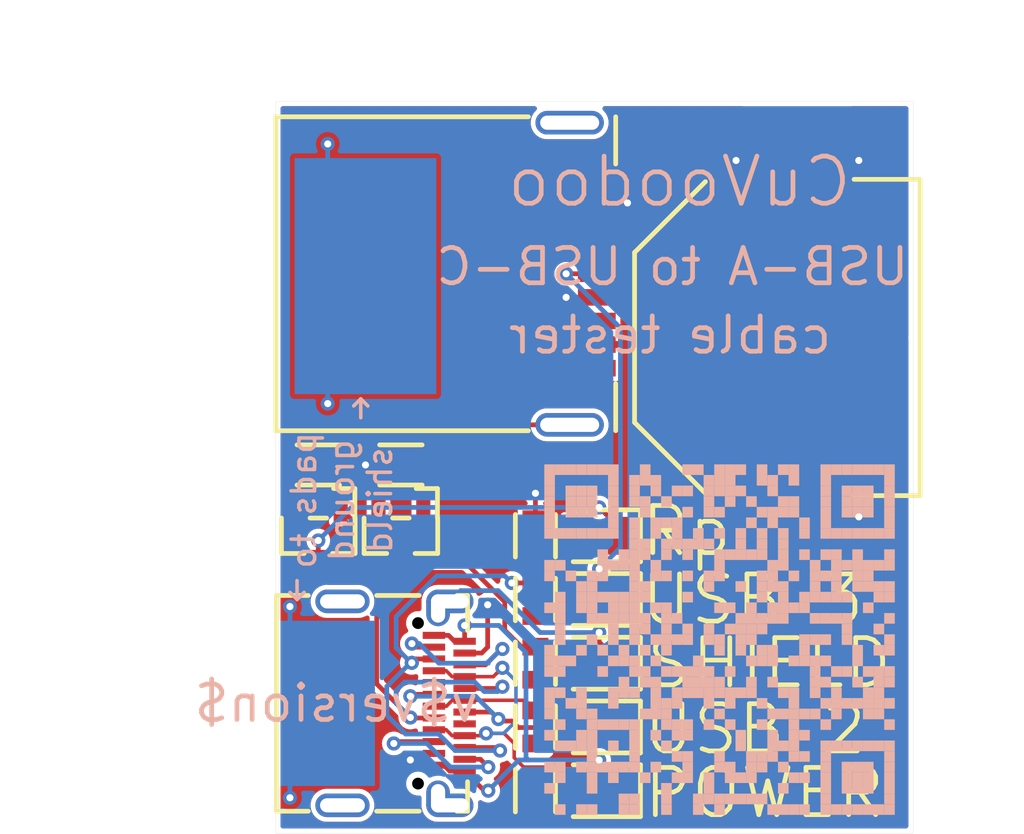
<source format=kicad_pcb>
(kicad_pcb (version 20211014) (generator pcbnew)

  (general
    (thickness 1.6)
  )

  (paper "A4")
  (title_block
    (title "USB-A to USB-C cable tester")
    (date "$date$")
    (rev "$version$.$revision$")
    (company "CuVoodoo")
    (comment 1 "King Kévin")
    (comment 2 "CERN-OHL-S")
  )

  (layers
    (0 "F.Cu" signal)
    (31 "B.Cu" signal)
    (33 "F.Adhes" user "F.Adhesive")
    (34 "B.Paste" user)
    (35 "F.Paste" user)
    (36 "B.SilkS" user "B.Silkscreen")
    (37 "F.SilkS" user "F.Silkscreen")
    (38 "B.Mask" user)
    (39 "F.Mask" user)
    (40 "Dwgs.User" user "User.Drawings")
    (44 "Edge.Cuts" user)
    (45 "Margin" user)
    (46 "B.CrtYd" user "B.Courtyard")
    (47 "F.CrtYd" user "F.Courtyard")
    (48 "B.Fab" user)
    (49 "F.Fab" user)
  )

  (setup
    (stackup
      (layer "F.SilkS" (type "Top Silk Screen"))
      (layer "F.Paste" (type "Top Solder Paste"))
      (layer "F.Mask" (type "Top Solder Mask") (thickness 0.01))
      (layer "F.Cu" (type "copper") (thickness 0.035))
      (layer "dielectric 1" (type "core") (thickness 1.51) (material "FR4") (epsilon_r 4.5) (loss_tangent 0.02))
      (layer "B.Cu" (type "copper") (thickness 0.035))
      (layer "B.Mask" (type "Bottom Solder Mask") (thickness 0.01))
      (layer "B.Paste" (type "Bottom Solder Paste"))
      (layer "B.SilkS" (type "Bottom Silk Screen"))
      (copper_finish "None")
      (dielectric_constraints no)
    )
    (pad_to_mask_clearance 0)
    (pcbplotparams
      (layerselection 0x00010fc_ffffffff)
      (disableapertmacros false)
      (usegerberextensions false)
      (usegerberattributes true)
      (usegerberadvancedattributes true)
      (creategerberjobfile true)
      (svguseinch false)
      (svgprecision 6)
      (excludeedgelayer true)
      (plotframeref false)
      (viasonmask false)
      (mode 1)
      (useauxorigin false)
      (hpglpennumber 1)
      (hpglpenspeed 20)
      (hpglpendiameter 15.000000)
      (dxfpolygonmode true)
      (dxfimperialunits true)
      (dxfusepcbnewfont true)
      (psnegative false)
      (psa4output false)
      (plotreference true)
      (plotvalue true)
      (plotinvisibletext false)
      (sketchpadsonfab false)
      (subtractmaskfromsilk false)
      (outputformat 1)
      (mirror false)
      (drillshape 1)
      (scaleselection 1)
      (outputdirectory "")
    )
  )

  (net 0 "")
  (net 1 "VCC")
  (net 2 "GND")
  (net 3 "/PWR-")
  (net 4 "Net-(D1-Pad2)")
  (net 5 "/USB2-")
  (net 6 "Net-(D2-Pad2)")
  (net 7 "/USB3-")
  (net 8 "Net-(D3-Pad2)")
  (net 9 "Net-(D4-Pad1)")
  (net 10 "Net-(D4-Pad2)")
  (net 11 "Net-(D5-Pad2)")
  (net 12 "Net-(J1-Pad8)")
  (net 13 "Net-(J1-Pad5)")
  (net 14 "/SH-A")
  (net 15 "Net-(J2-PadA3)")
  (net 16 "/PWR+")
  (net 17 "/Rp")
  (net 18 "/USB2+")
  (net 19 "unconnected-(J2-PadA8)")
  (net 20 "/USB3+")
  (net 21 "Net-(J2-PadA11)")
  (net 22 "unconnected-(J2-PadB8)")
  (net 23 "/SH-C")
  (net 24 "Net-(Q7-Pad3)")
  (net 25 "unconnected-(J1-Pad10)")
  (net 26 "unconnected-(J2-PadS2)")
  (net 27 "unconnected-(J2-PadS4)")
  (net 28 "unconnected-(J2-PadS3)")

  (footprint "qeda:UC1608X55N" (layer "F.Cu") (at 61.3 66.4))

  (footprint "qeda:LEDC2012X80N" (layer "F.Cu") (at 64 61 -90))

  (footprint "kikit:Tab" (layer "F.Cu") (at 77.55 49.9 180))

  (footprint "qeda:CONNECTOR_XKB_U262-24XN-4BV64" (layer "F.Cu") (at 54.375 65.4 -90))

  (footprint "qeda:UC1608X55N" (layer "F.Cu") (at 52.1 55.3 90))

  (footprint "kikit:Tab" (layer "F.Cu") (at 50 47.2))

  (footprint "qeda:LEDC2012X80N" (layer "F.Cu") (at 64 63.7 -90))

  (footprint "qeda:CONNECTOR_MY-1220-03" (layer "F.Cu") (at 71.5 49.9 -90))

  (footprint "qeda:UC1608X55N" (layer "F.Cu") (at 61.3 69.1))

  (footprint "qeda:CONNECTOR_U231-09XN-4BLRA00" (layer "F.Cu") (at 57.5 47.2 -90))

  (footprint "qeda:LEDC2012X80N" (layer "F.Cu") (at 64 69.1 -90))

  (footprint "qeda:UC1608X55N" (layer "F.Cu") (at 61.3 63.7))

  (footprint "qeda:UC1608X55N" (layer "F.Cu") (at 55.6 55.3 -90))

  (footprint "qeda:SOT95P237X112-3N" (layer "F.Cu") (at 55.6 58.3 -90))

  (footprint "qeda:SOT95P237X112-3N" (layer "F.Cu") (at 52.1 58.3 -90))

  (footprint "qeda:LEDC2012X80N" (layer "F.Cu") (at 64 58.3 -90))

  (footprint "qeda:LEDC2012X80N" (layer "F.Cu") (at 64 66.4 -90))

  (footprint "qeda:UC1608X55N" (layer "F.Cu") (at 61.3 58.3))

  (footprint "qeda:UC1608X55N" (layer "F.Cu") (at 61.3 61))

  (footprint "custom:pad_C" (layer "B.Cu") (at 52.4 65.4 180))

  (footprint "custom:QR" (layer "B.Cu") (at 69.1 62.7 180))

  (footprint "custom:pad_A" (layer "B.Cu") (at 54 47.3 180))

  (gr_line (start 53.9 52.5) (end 54.2 52.8) (layer "B.SilkS") (width 0.15) (tstamp 2db7a621-f609-43ea-903d-5b941448bb6e))
  (gr_line (start 51.2 61) (end 50.9 60.7) (layer "B.SilkS") (width 0.15) (tstamp 388bb237-8d08-4631-a8a2-09b5f4344305))
  (gr_line (start 53.9 52.5) (end 53.9 53.3) (layer "B.SilkS") (width 0.15) (tstamp 44e22fe2-1a80-407e-a9bf-de316572b05b))
  (gr_line (start 51.2 61) (end 51.2 60.2) (layer "B.SilkS") (width 0.15) (tstamp bbf7e3aa-ddbe-49b7-811e-a7738f81d416))
  (gr_line (start 51.2 61) (end 51.5 60.7) (layer "B.SilkS") (width 0.15) (tstamp cb1633dd-7f09-4f4f-b3f6-ae42711a437a))
  (gr_line (start 53.9 52.5) (end 53.6 52.8) (layer "B.SilkS") (width 0.15) (tstamp e2fca56c-de4e-47a9-8a1f-1b98c285ea5d))
  (gr_rect (start 50.3 39.9) (end 77.3 70.9) (layer "Edge.Cuts") (width 0.01) (fill none) (tstamp e110771b-8aba-42bd-84d6-617f9ea39dc4))
  (gr_text "cable tester" (at 67 49.8) (layer "B.SilkS") (tstamp 179cd2f8-9733-4954-85ff-39ca965aeee1)
    (effects (font (size 1.5 1.5) (thickness 0.2)) (justify mirror))
  )
  (gr_text "pads to\nground\nshield" (at 53.1 56.8 90) (layer "B.SilkS") (tstamp 26bf11ee-60c3-449d-a959-88123d982558)
    (effects (font (size 1 1) (thickness 0.15)) (justify mirror))
  )
  (gr_text "USB-A to USB-C" (at 67.1 46.9) (layer "B.SilkS") (tstamp 4d7a8855-27cb-41ec-a779-1e63df03c905)
    (effects (font (size 1.5 1.5) (thickness 0.2)) (justify mirror))
  )
  (gr_text "v$version$" (at 59 65.4) (layer "B.SilkS") (tstamp 792c4c1d-f5d1-4910-9abd-84049f176ad3)
    (effects (font (size 1.5 1.5) (thickness 0.2)) (justify left mirror))
  )
  (gr_text "CuVoodoo" (at 67.4 43.3) (layer "B.SilkS") (tstamp 8a3d6bd8-1b6d-4752-a0a8-fdb777df11ae)
    (effects (font (size 2 2) (thickness 0.2)) (justify mirror))
  )
  (gr_text "POWER" (at 71 69.2) (layer "F.SilkS") (tstamp 28d0cc7d-8de8-4b53-95ef-6dfe09ee3a59)
    (effects (font (size 2 2) (thickness 0.2)))
  )
  (gr_text "USB 2" (at 70.6 66.5) (layer "F.SilkS") (tstamp 3859f4e5-f8f6-455c-8d1a-163e06472d32)
    (effects (font (size 2 2) (thickness 0.2)))
  )
  (gr_text "USB 3" (at 70.5 61) (layer "F.SilkS") (tstamp 4c0f3b00-6ee3-44a9-9f3c-e2b80cccfc95)
    (effects (font (size 2 2) (thickness 0.2)))
  )
  (gr_text "Rp" (at 67.7 58.1) (layer "F.SilkS") (tstamp 99fc3018-400c-48b2-8606-a82ade13f88d)
    (effects (font (size 2 2) (thickness 0.2)))
  )
  (gr_text "SHIELD" (at 71.2 63.7) (layer "F.SilkS") (tstamp aa6aed97-74af-4bcd-9533-eb1f6168cfd8)
    (effects (font (size 2 2) (thickness 0.2)))
  )
  (dimension (type aligned) (layer "F.Fab") (tstamp 0987586c-4343-480a-ae15-bc1b4632f1d3)
    (pts (xy 50.3 39.9) (xy 50.3 70.9))
    (height 5.6)
    (gr_text "31.0000 mm" (at 43.55 55.4 90) (layer "F.Fab") (tstamp 0987586c-4343-480a-ae15-bc1b4632f1d3)
      (effects (font (size 1 1) (thickness 0.15)))
    )
    (format (units 3) (units_format 1) (precision 4))
    (style (thickness 0.1) (arrow_length 1.27) (text_position_mode 0) (extension_height 0.58642) (extension_offset 0.5) keep_text_aligned)
  )
  (dimension (type aligned) (layer "F.Fab") (tstamp d235e816-7f10-40ef-931c-0cccd106ef8e)
    (pts (xy 50.3 39.9) (xy 77.3 39.9))
    (height -2.3)
    (gr_text "27.0000 mm" (at 63.8 36.45) (layer "F.Fab") (tstamp d235e816-7f10-40ef-931c-0cccd106ef8e)
      (effects (font (size 1 1) (thickness 0.15)))
    )
    (format (units 3) (units_format 1) (precision 4))
    (style (thickness 0.1) (arrow_length 1.27) (text_position_mode 0) (extension_height 0.58642) (extension_offset 0.5) keep_text_aligned)
  )

  (segment (start 72.4 42.35) (end 69.85 42.35) (width 0.2) (layer "F.Cu") (net 1) (tstamp 0ec064ea-89a2-4805-b116-c83dc8e13768))
  (segment (start 57 67.52) (end 56.28 67.52) (width 0.2) (layer "F.Cu") (net 1) (tstamp 1b8b5758-c580-4557-87a1-b6222a8116e9))
  (segment (start 63.9 48.2) (end 62.6 48.2) (width 0.2) (layer "F.Cu") (net 1) (tstamp 3b85de12-8f5e-4ee5-baa0-b3e061d387b0))
  (segment (start 74.95 57.45) (end 75 57.5) (width 0.2) (layer "F.Cu") (net 1) (tstamp 40f41ae5-c0fa-46c5-bb56-d03490ca3c74))
  (segment (start 54.9 56.1) (end 54.9 55.3) (width 0.2) (layer "F.Cu") (net 1) (tstamp 5057673a-c73c-4efa-ae8a-95656c6fbaa2))
  (segment (start 56.28 67.52) (end 56 67.8) (width 0.2) (layer "F.Cu") (net 1) (tstamp 6355cadd-40a2-4caa-bf46-5786df19e887))
  (segment (start 59.024022 63.27) (end 58.3 63.27) (width 0.2) (layer "F.Cu") (net 1) (tstamp 69ec6134-374d-4104-8d1d-f52100048361))
  (segment (start 63.9 44.2) (end 65.2 44.2) (width 0.2) (layer "F.Cu") (net 1) (tstamp 8b0223ce-8578-461b-8300-b85dbef8cc65))
  (segment (start 74.95 42.35) (end 75 42.4) (width 0.2) (layer "F.Cu") (net 1) (tstamp 916ac31c-e257-4bf6-ab3c-881b663cb45e))
  (segment (start 61.3 57.6) (end 61.3 56.5005) (width 0.2) (layer "F.Cu") (net 1) (tstamp 9e0b6373-37a1-49ce-9330-a38e67a3ca82))
  (segment (start 59.276089 61.223911) (end 59.276089 63.017933) (width 0.2) (layer "F.Cu") (net 1) (tstamp 9e2debc8-f8b5-45d8-b683-92d0cd68a8b9))
  (segment (start 54.9 55.3) (end 54.1 55.3) (width 0.2) (layer "F.Cu") (net 1) (tstamp ad39febb-c199-4774-924f-74b31058784a))
  (segment (start 59.276089 63.017933) (end 59.024022 63.27) (width 0.2) (layer "F.Cu") (net 1) (tstamp b19d611f-10c6-4b82-a5fb-8b2a03084b94))
  (segment (start 72.4 57.45) (end 74.95 57.45) (width 0.2) (layer "F.Cu") (net 1) (tstamp b851d31a-dd8e-4bc1-832f-5ff796344720))
  (segment (start 54.65 57.15) (end 54.65 56.35) (width 0.2) (layer "F.Cu") (net 1) (tstamp c25dcda4-5e3c-40df-b2ac-0359c55bfe80))
  (segment (start 69.85 42.35) (end 69.8 42.4) (width 0.2) (layer "F.Cu") (net 1) (tstamp c7981b7d-a715-4d2c-895b-cb2badb347b7))
  (segment (start 54.65 56.35) (end 54.9 56.1) (width 0.2) (layer "F.Cu") (net 1) (tstamp e68da39b-9455-46ee-9023-e1d902ce8783))
  (segment (start 72.4 42.35) (end 74.95 42.35) (width 0.2) (layer "F.Cu") (net 1) (tstamp f5dcbef9-d186-485b-bd4f-c91f0d0e3850))
  (via (at 65.2 44.2) (size 0.6) (drill 0.3) (layers "F.Cu" "B.Cu") (net 1) (tstamp 4fa1f0af-4b89-4023-9992-28f7a0a9c009))
  (via (at 59.276089 61.223911) (size 0.6) (drill 0.3) (layers "F.Cu" "B.Cu") (net 1) (tstamp 522fea9f-551e-4434-8631-a4891a80df0c))
  (via (at 69.8 42.4) (size 0.6) (drill 0.3) (layers "F.Cu" "B.Cu") (free) (net 1) (tstamp 527aad75-89e0-49ea-9c73-e418cf7b772d))
  (via (at 75 57.5) (size 0.6) (drill 0.3) (layers "F.Cu" "B.Cu") (free) (net 1) (tstamp 5a6c3353-bd2a-461c-bfd6-749bbcb38c9f))
  (via (at 56 67.8) (size 0.6) (drill 0.3) (layers "F.Cu" "B.Cu") (net 1) (tstamp 64aed69c-80f4-4314-a1a8-c168a4b46aac))
  (via (at 54.1 55.3) (size 0.6) (drill 0.3) (layers "F.Cu" "B.Cu") (net 1) (tstamp cde70262-8de2-40e1-8ac2-f0f87b0935b8))
  (via (at 62.6 48.2) (size 0.6) (drill 0.3) (layers "F.Cu" "B.Cu") (net 1) (tstamp cf64a83f-fc0f-41f5-a09f-a473f2fcaeb8))
  (via (at 61.3 56.5005) (size 0.6) (drill 0.3) (layers "F.Cu" "B.Cu") (net 1) (tstamp d2cb9189-cf73-4ae4-849f-331b6c5d53fe))
  (via (at 75 42.4) (size 0.6) (drill 0.3) (layers "F.Cu" "B.Cu") (free) (net 1) (tstamp dece80db-b223-47d7-a844-ee468c4ea71a))
  (segment (start 51.15 57.15) (end 51.15 56.25) (width 0.2) (layer "F.Cu") (net 2) (tstamp 3e8c52f4-c292-41de-b893-dff2eb05e5b7))
  (segment (start 51.4 55.3) (end 51.4 56.1) (width 0.2) (layer "F.Cu") (net 2) (tstamp 5585f689-7e40-4829-8910-d2356495f5fc))
  (segment (start 51.4 56.1) (end 51.3 56.2) (width 0.2) (layer "F.Cu") (net 2) (tstamp 9b592365-c8d5-4a2e-badf-1836595f56dc))
  (segment (start 51.3 56.2) (end 50.8 56.2) (width 0.2) (layer "F.Cu") (net 2) (tstamp ad282a46-12ef-4760-80d9-dd50359b8f5e))
  (segment (start 51.3 56.2) (end 52 56.2) (width 0.2) (layer "F.Cu") (net 2) (tstamp e6904079-8b45-44a7-954b-50b7606e0247))
  (segment (start 51.15 56.25) (end 51.2 56.2) (width 0.2) (layer "F.Cu") (net 2) (tstamp e973af6f-a678-41e3-b6da-a874a1dde2aa))
  (via (at 52.5 52.7) (size 0.6) (drill 0.3) (layers "F.Cu" "B.Cu") (free) (net 2) (tstamp 0adbdb3a-b4d2-41cc-bf50-f2cae164ce39))
  (via (at 52.5 41.7) (size 0.6) (drill 0.3) (layers "F.Cu" "B.Cu") (free) (net 2) (tstamp 296fb7f1-1974-424c-a8b2-73df8b494b41))
  (via (at 50.9 69.4) (size 0.6) (drill 0.3) (layers "F.Cu" "B.Cu") (free) (net 2) (tstamp 5b108c2c-8a29-4a2e-91c4-542177498c7e))
  (via (at 50.9 61.3) (size 0.6) (drill 0.3) (layers "F.Cu" "B.Cu") (free) (net 2) (tstamp e17a7adb-d249-4f09-8b74-512b1d67ef6c))
  (segment (start 52.5 52.7) (end 52.5 47.2) (width 0.2) (layer "B.Cu") (net 2) (tstamp 2632d420-b156-40e8-9458-c0f98e590ea6))
  (segment (start 52.5 41.7) (end 52.5 47.2) (width 0.2) (layer "B.Cu") (net 2) (tstamp 2da33d65-0ee9-4772-a8d4-f309ba809487))
  (segment (start 50.9 61.3) (end 50.9 63.8) (width 0.2) (layer "B.Cu") (net 2) (tstamp 34f7e865-f565-4861-b0a2-849b03cfb77d))
  (segment (start 50.9 69.4) (end 50.9 67) (width 0.2) (layer "B.Cu") (net 2) (tstamp 6744e9b6-8143-42af-92b5-af9275c3ccb4))
  (segment (start 50.9 63.8) (end 52.5 65.4) (width 0.2) (layer "B.Cu") (net 2) (tstamp a048a9aa-add2-4616-9d3b-ce70a036ddcb))
  (segment (start 50.9 67) (end 52.5 65.4) (width 0.2) (layer "B.Cu") (net 2) (tstamp ee761e24-175e-43fe-a11c-7c6f54ca9a66))
  (segment (start 57.87 62.77) (end 58.3 62.77) (width 0.2) (layer "F.Cu") (net 3) (tstamp 28290c71-68de-4c28-8728-ad8c7232ab45))
  (segment (start 64.9 68.7) (end 64 67.8) (width 0.2) (layer "F.Cu") (net 3) (tstamp 30d00695-2761-4e24-8335-8327aaa75002))
  (segment (start 57.62 62.52) (end 57.87 62.77) (width 0.2) (layer "F.Cu") (net 3) (tstamp 33226df9-6400-49bc-887f-48f8f75bdba5))
  (segment (start 58.3 62.77) (end 58.3 62.1) (width 0.2) (layer "F.Cu") (net 3) (tstamp 3f0c5b8a-8754-48a3-907b-6d807b9c72b0))
  (segment (start 57 62.52) (end 57.62 62.52) (width 0.2) (layer "F.Cu") (net 3) (tstamp 64c92ce1-6f9d-46f2-b7a7-1128a377480f))
  (segment (start 64.9 69.1) (end 64.9 68.7) (width 0.2) (layer "F.Cu") (net 3) (tstamp 6c9b78b1-2421-4c64-a4af-ad160cdaab73))
  (segment (start 57.42 68.02) (end 57.67 68.27) (width 0.2) (layer "F.Cu") (net 3) (tstamp 72fcd135-1384-4732-8938-e7add491d0ec))
  (segment (start 59.13 69.1) (end 58.3 68.27) (width 0.2) (layer "F.Cu") (net 3) (tstamp 9e4290f1-51d5-4f7d-81b6-76bba4400bdb))
  (segment (start 59.3 69.1) (end 59.13 69.1) (width 0.2) (layer "F.Cu") (net 3) (tstamp a8abf6e0-f867-45c8-b60c-2e28824cb312))
  (segment (start 57.67 68.27) (end 58.3 68.27) (width 0.2) (layer "F.Cu") (net 3) (tstamp edd723ed-ada5-4c33-b836-6a765deb5ab8))
  (segment (start 57 68.02) (end 57.42 68.02) (width 0.2) (layer "F.Cu") (net 3) (tstamp f595d2d8-fada-4670-85d5-7eadd6975f3a))
  (via (at 58.3 62.1) (size 0.6) (drill 0.3) (layers "F.Cu" "B.Cu") (net 3) (tstamp 61228115-c3c1-4c09-9057-e8b0ee5d5179))
  (via (at 59.3 69.1) (size 0.6) (drill 0.3) (layers "F.Cu" "B.Cu") (net 3) (tstamp 8b661746-cf2c-4a6f-956a-30db112cbceb))
  (via (at 64 67.8) (size 0.6) (drill 0.3) (layers "F.Cu" "B.Cu") (net 3) (tstamp e57c7d3f-2011-4453-ba51-7180f65ec00b))
  (segment (start 64 67.8) (end 61 67.8) (width 0.2) (layer "B.Cu") (net 3) (tstamp 03560363-6a61-4260-ad7c-0a7b18fd9387))
  (segment (start 60.9 63.247986) (end 60.9 67.7) (width 0.2) (layer "B.Cu") (net 3) (tstamp 1dc02f56-c601-4978-ad6f-99ab3cb9600d))
  (segment (start 61 67.8) (end 60.6 67.8) (width 0.2) (layer "B.Cu") (net 3) (tstamp 262efff9-07f6-4127-8dae-3449e11ab2e2))
  (segment (start 59.752014 62.1) (end 60.9 63.247986) (width 0.2) (layer "B.Cu") (net 3) (tstamp 706d331e-9990-47fa-bd71-ffef050819a7))
  (segment (start 60.9 67.7) (end 61 67.8) (width 0.2) (layer "B.Cu") (net 3) (tstamp 8870284b-bbeb-44c8-a36c-49d893d9d8fa))
  (segment (start 60.6 67.8) (end 59.3 69.1) (width 0.2) (layer "B.Cu") (net 3) (tstamp 88a0a88a-c116-4b88-8174-b1fddfa375b8))
  (segment (start 58.3 62.1) (end 59.752014 62.1) (width 0.2) (layer "B.Cu") (net 3) (tstamp 8ec74bc7-7979-4d25-bb25-1002dd3211ed))
  (segment (start 62.4 69.8) (end 63.1 69.1) (width 0.2) (layer "F.Cu") (net 4) (tstamp 06509903-9442-42f4-87a3-aa6effd51270))
  (segment (start 61.3 69.8) (end 62.4 69.8) (width 0.2) (layer "F.Cu") (net 4) (tstamp 92e5436c-8cd0-4fdc-8734-73ea33ab81b2))
  (segment (start 59.434312 65.77) (end 58.3 65.77) (width 0.2) (layer "F.Cu") (net 5) (tstamp 0fc718bd-20bf-4e09-8059-b80b256078a1))
  (segment (start 56.08 65.02) (end 56 65.1) (width 0.2) (layer "F.Cu") (net 5) (tstamp 144cb0a8-c226-41b7-b231-5a667076bcd5))
  (segment (start 62.4 65.3) (end 63.949022 65.3) (width 0.2) (layer "F.Cu") (net 5) (tstamp 39e8fab7-e3b2-483d-bee8-a812d8a861cd))
  (segment (start 62.250489 66.273533) (end 62.250489 65.449511) (width 0.2) (layer "F.Cu") (net 5) (tstamp 5b4c0919-1e6b-4e97-9192-b1bf7a7caee7))
  (segment (start 59.729808 66.065496) (end 59.81529 66.150978) (width 0.2) (layer "F.Cu") (net 5) (tstamp 6244e5a5-1887-44c1-921a-22c225f4ed75))
  (segment (start 62.098533 66.425489) (end 62.250489 66.273533) (width 0.2) (layer "F.Cu") (net 5) (tstamp 67cffd96-66e1-4f8d-a493-5f1f80ab8495))
  (segment (start 64.9 66.250978) (end 64.9 66.4) (width 0.2) (layer "F.Cu") (net 5) (tstamp 812711a1-1db5-45f9-8402-3f59cef0a66e))
  (segment (start 57 65.02) (end 56.08 65.02) (width 0.2) (layer "F.Cu") (net 5) (tstamp 81492a5c-d7b0-4e18-9355-4604ecdbffbc))
  (segment (start 59.81529 66.150978) (end 60.3 66.150978) (width 0.2) (layer "F.Cu") (net 5) (tstamp b09ed1ab-bd78-457e-b690-5a269a22f9e2))
  (segment (start 62.250489 65.449511) (end 62.4 65.3) (width 0.2) (layer "F.Cu") (net 5) (tstamp b99c66e4-fe49-46ab-8449-b9ad6b94dbfc))
  (segment (start 60.3 66.150978) (end 60.574511 66.425489) (width 0.2) (layer "F.Cu") (net 5) (tstamp e95a020f-b884-4c3e-9086-4b4235ac5ec8))
  (segment (start 63.949022 65.3) (end 64.9 66.250978) (width 0.2) (layer "F.Cu") (net 5) (tstamp edc3baf0-16d6-4606-a34e-1ccbcaa52ab8))
  (segment (start 60.574511 66.425489) (end 62.098533 66.425489) (width 0.2) (layer "F.Cu") (net 5) (tstamp f141967a-c0ab-4b1e-ad40-f448b7f7d947))
  (segment (start 59.729808 66.065496) (end 59.434312 65.77) (width 0.2) (layer "F.Cu") (net 5) (tstamp fee3ca4b-a214-46b3-9cb4-84f213190977))
  (via (at 59.729808 66.065496) (size 0.6) (drill 0.3) (layers "F.Cu" "B.Cu") (net 5) (tstamp d16c3a18-cdc1-4179-9758-b39f74001ef6))
  (via (at 56 65.1) (size 0.6) (drill 0.3) (layers "F.Cu" "B.Cu") (net 5) (tstamp dead273e-4cd2-49fd-9279-ca8452283aec))
  (segment (start 59.729808 66.065496) (end 58.764312 65.1) (width 0.2) (layer "B.Cu") (net 5) (tstamp 6d43aa55-7c83-46a6-a197-3d6b71417ad4))
  (segment (start 58.764312 65.1) (end 56 65.1) (width 0.2) (layer "B.Cu") (net 5) (tstamp 82f2ee27-d41f-4f1d-b6c2-4795bb7b85de))
  (segment (start 62.4 67.1) (end 63.1 66.4) (width 0.2) (layer "F.Cu") (net 6) (tstamp c360a504-90a0-4d4b-be27-6c560537bcf3))
  (segment (start 61.3 67.1) (end 62.4 67.1) (width 0.2) (layer "F.Cu") (net 6) (tstamp e1eee509-ea3d-4376-92ce-6543c57e18f5))
  (segment (start 63.9 47.2) (end 62.6 47.2) (width 0.2) (layer "F.Cu") (net 7) (tstamp 082efa80-21ad-47b6-93ac-219b6d5d19ec))
  (segment (start 64 60.1) (end 64.9 61) (width 0.2) (layer "F.Cu") (net 7) (tstamp 0982c320-41d0-4282-82c8-c03c9c5254d1))
  (segment (start 64 59.7) (end 64 60.1) (width 0.2) (layer "F.Cu") (net 7) (tstamp 7ec8cb36-5a02-42fc-82ee-8cb2604766dd))
  (via (at 64 59.7) (size 0.6) (drill 0.3) (layers "F.Cu" "B.Cu") (net 7) (tstamp 63ceaa7b-3446-4530-808d-5bd8a9a9b270))
  (via (at 62.6 47.2) (size 0.6) (drill 0.3) (layers "F.Cu" "B.Cu") (net 7) (tstamp fed793c4-5920-4faa-8924-fb809828384f))
  (segment (start 64.900489 58.799511) (end 64.900489 49.500489) (width 0.2) (layer "B.Cu") (net 7) (tstamp 0d169fdd-0647-4144-b48a-f330c5b6aead))
  (segment (start 64 59.7) (end 64.900489 58.799511) (width 0.2) (layer "B.Cu") (net 7) (tstamp 4d411035-f8e7-4ab1-bccf-bb9ceced5881))
  (segment (start 64.900489 49.500489) (end 62.6 47.2) (width 0.2) (layer "B.Cu") (net 7) (tstamp 812beb1f-4872-4838-806c-81ab5e558f5f))
  (segment (start 62.4 61.7) (end 63.1 61) (width 0.2) (layer "F.Cu") (net 8) (tstamp 2d65021b-1d2c-4c04-b724-b366f1e833cf))
  (segment (start 61.3 61.7) (end 62.4 61.7) (width 0.2) (layer "F.Cu") (net 8) (tstamp 33696b01-17e0-42f4-97e2-ea740f87064e))
  (segment (start 52.1 58.5) (end 52.1 59.45) (width 0.2) (layer "F.Cu") (net 9) (tstamp 3c14ee8f-9a4f-46ea-afdb-aa9a9b7bf048))
  (segment (start 64.9 58) (end 64 57.1) (width 0.2) (layer "F.Cu") (net 9) (tstamp 7c7ab7b4-5070-4ed7-9886-e339d46c25fb))
  (segment (start 64.9 58.3) (end 64.9 58) (width 0.2) (layer "F.Cu") (net 9) (tstamp c19515e2-da46-48cf-938f-85c3f081425e))
  (via (at 64 57.1) (size 0.6) (drill 0.3) (layers "F.Cu" "B.Cu") (net 9) (tstamp 3af5ac5c-4cd6-4c08-91d9-7786621392e8))
  (via (at 52.1 58.5) (size 0.6) (drill 0.3) (layers "F.Cu" "B.Cu") (net 9) (tstamp ae2c0a70-2378-43ca-8685-04fb9d234ad8))
  (segment (start 64 57.1) (end 53.5 57.1) (width 0.2) (layer "B.Cu") (net 9) (tstamp 9dfc212d-9831-4f8e-8e12-6a1b371bf03e))
  (segment (start 53.5 57.1) (end 52.1 58.5) (width 0.2) (layer "B.Cu") (net 9) (tstamp e8caf5c6-8784-4cf3-bf4c-f587fe83f85c))
  (segment (start 61.3 59) (end 62.4 59) (width 0.2) (layer "F.Cu") (net 10) (tstamp 600bf926-757a-4ba3-85e6-922f96976d2a))
  (segment (start 62.4 59) (end 63.1 58.3) (width 0.2) (layer "F.Cu") (net 10) (tstamp d6297aad-2160-46a6-b90b-5d247f2de6a1))
  (segment (start 62.4 64.4) (end 63.1 63.7) (width 0.2) (layer "F.Cu") (net 11) (tstamp 8c73cd64-a10b-4858-8882-a99d1f846635))
  (segment (start 61.3 64.4) (end 62.4 64.4) (width 0.2) (layer "F.Cu") (net 11) (tstamp d00bd804-a559-4e7f-b2f8-adbbae07fff7))
  (segment (start 62.4 44.8) (end 62.8 45.2) (width 0.2) (layer "F.Cu") (net 12) (tstamp 45cfbb0f-1c5b-43ff-8533-b7e190cf389b))
  (segment (start 63.9 43.2) (end 62.8 43.2) (width 0.2) (layer "F.Cu") (net 12) (tstamp 4935fee8-0ddb-46bc-b996-bcf8323e668a))
  (segment (start 62.4 43.6) (end 62.4 44.8) (width 0.2) (layer "F.Cu") (net 12) (tstamp a962cbfa-7c3c-443d-a1fd-57c1f365e664))
  (segment (start 62.8 45.2) (end 63.9 45.2) (width 0.2) (layer "F.Cu") (net 12) (tstamp add3771a-39c6-4bbe-9d69-4a67a27dbc26))
  (segment (start 62.8 43.2) (end 62.4 43.6) (width 0.2) (layer "F.Cu") (net 12) (tstamp c1f4cebc-f59d-49cc-b8d8-cee160f95adb))
  (segment (start 63.9 49.2) (end 62.9 49.2) (width 0.2) (layer "F.Cu") (net 13) (tstamp 757b6d0a-4def-4e83-be0c-da2a4643d0a7))
  (segment (start 62.9 49.2) (end 62.4 49.7) (width 0.2) (layer "F.Cu") (net 13) (tstamp 8053613e-4da5-4674-956b-0172ac5f84a0))
  (segment (start 62.4 49.7) (end 62.4 50.7) (width 0.2) (layer "F.Cu") (net 13) (tstamp 88040059-67a4-499c-9026-190d2a993001))
  (segment (start 62.9 51.2) (end 63.9 51.2) (width 0.2) (layer "F.Cu") (net 13) (tstamp 89289089-3246-439a-a0bd-35dcbad4cb49))
  (segment (start 62.4 50.7) (end 62.9 51.2) (width 0.2) (layer "F.Cu") (net 13) (tstamp c6f8c1ef-a233-4fca-ad84-621eb972d8b5))
  (segment (start 58 53.6) (end 56.3 55.3) (width 0.2) (layer "F.Cu") (net 14) (tstamp 9313de47-ad3c-4255-81ae-34638695b0a0))
  (segment (start 56.55 57.15) (end 56.55 56.25) (width 0.2) (layer "F.Cu") (net 14) (tstamp af6bee64-140c-4c39-a693-c8ebf2547fbd))
  (segment (start 56.55 56.25) (end 56.55 55.55) (width 0.2) (layer "F.Cu") (net 14) (tstamp c6fe10ab-3b47-4805-b58f-7ed2d4409a05))
  (segment (start 62.75 53.6) (end 58 53.6) (width 0.2) (layer "F.Cu") (net 14) (tstamp d128ede1-b493-4347-8248-7237739ed435))
  (segment (start 56.55 55.55) (end 56.3 55.3) (width 0.2) (layer "F.Cu") (net 14) (tstamp e378255f-dad8-486a-a91b-a50579b46dca))
  (segment (start 58.3 63.77) (end 59.178085 63.77) (width 0.2) (layer "F.Cu") (net 15) (tstamp 1999fdda-b3cd-4b34-b78b-6b631e42f685))
  (segment (start 57 63.02) (end 56.216416 63.02) (width 0.2) (layer "F.Cu") (net 15) (tstamp 33ce2d79-cd34-4a55-8db9-806c37f11890))
  (segment (start 59.851589 63.096496) (end 59.900672 63.096496) (width 0.2) (layer "F.Cu") (net 15) (tstamp 6ffb6b44-1b6f-46b2-adf7-9dc8e95491f3))
  (segment (start 59.178085 63.77) (end 59.851589 63.096496) (width 0.2) (layer "F.Cu") (net 15) (tstamp 92d9609c-1018-4020-8408-b22e1b86c5ae))
  (segment (start 56.216416 63.02) (end 56.06596 62.869544) (width 0.2) (layer "F.Cu") (net 15) (tstamp 9e9355c0-df62-4a39-905b-9406ed732fc6))
  (via (at 56.06596 62.869544) (size 0.6) (drill 0.3) (layers "F.Cu" "B.Cu") (net 15) (tstamp 581f32bb-9ddc-4471-b080-76e130484983))
  (via (at 59.900672 63.096496) (size 0.6) (drill 0.3) (layers "F.Cu" "B.Cu") (net 15) (tstamp b758e163-5102-46e6-a850-b3b6ff0de536))
  (segment (start 59.3 63.648085) (end 59.3 63.7) (width 0.2) (layer "B.Cu") (net 15) (tstamp 279f8941-5e19-463c-8d8f-d5fc08dd1b0e))
  (segment (start 59.3 63.7) (end 57.211699 63.7) (width 0.2) (layer "B.Cu") (net 15) (tstamp 62edeeab-d68e-4848-b8b6-0a6e84f8c1a9))
  (segment (start 59.851589 63.096496) (end 59.3 63.648085) (width 0.2) (layer "B.Cu") (net 15) (tstamp 800742b1-ea68-430f-b38d-b650b44f9057))
  (segment (start 56.381243 62.869544) (end 56.06596 62.869544) (width 0.2) (layer "B.Cu") (net 15) (tstamp afc06b9b-0555-49ad-a75f-16ecde840603))
  (segment (start 59.900672 63.096496) (end 59.851589 63.096496) (width 0.2) (layer "B.Cu") (net 15) (tstamp c46343eb-af26-43f7-8b9b-17255129c1f2))
  (segment (start 57.211699 63.7) (end 56.381243 62.869544) (width 0.2) (layer "B.Cu") (net 15) (tstamp d835af60-ec0d-472e-b764-5789ed185a0a))
  (segment (start 57 64.02) (end 57.52 64.02) (width 0.15) (layer "F.Cu") (net 16) (tstamp 17b2821c-9b29-4198-aa70-180564528a28))
  (segment (start 59.207146 66.6705) (end 59.9705 66.6705) (width 0.15) (layer "F.Cu") (net 16) (tstamp 21860735-99ca-40fa-86d0-8a4e0e9d557b))
  (segment (start 59.899925 63.895998) (end 59.674934 64.120989) (width 0.15) (layer "F.Cu") (net 16) (tstamp 41cbf25a-2f94-4725-be3d-3c9fdf2a3017))
  (segment (start 59.107646 66.77) (end 59.207146 66.6705) (width 0.15) (layer "F.Cu") (net 16) (tstamp 4e6709cf-762d-427c-8534-22e2be7cb912))
  (segment (start 59.662529 64.120989) (end 59.513518 64.27) (width 0.15) (layer "F.Cu") (net 16) (tstamp 5b78b96f-bbfb-4d01-8f96-fddb62cc7b2b))
  (segment (start 58.3 66.77) (end 59.107646 66.77) (width 0.15) (layer "F.Cu") (net 16) (tstamp 6100481f-aff1-46d4-982f-3ff26d92b3f2))
  (segment (start 57 66.52) (end 57.52 66.52) (width 0.15) (layer "F.Cu") (net 16) (tstamp 6e65f4f8-9e8d-4724-8425-ecc50db044f1))
  (segment (start 59.513518 64.27) (end 58.3 64.27) (width 0.15) (layer "F.Cu") (net 16) (tstamp 74c59a5f-a887-47b2-8ba1-82797869c834))
  (segment (start 57.52 66.52) (end 57.77 66.77) (width 0.15) (layer "F.Cu") (net 16) (tstamp 80d0a409-42e8-426e-ba03-1b5244f06655))
  (segment (start 59.9705 66.6705) (end 60.4 67.1) (width 0.15) (layer "F.Cu") (net 16) (tstamp 87dd1b5b-8aad-4cd8-b03b-8219682c3779))
  (segment (start 57.52 64.02) (end 57.77 64.27) (width 0.15) (layer "F.Cu") (net 16) (tstamp 9013eee6-b64d-40fa-a83e-b27ec895221b))
  (segment (start 57.77 66.77) (end 58.3 66.77) (width 0.15) (layer "F.Cu") (net 16) (tstamp a0e57082-d29f-41ba-926e-5eb600adeb09))
  (segment (start 59.674934 64.120989) (end 59.662529 64.120989) (width 0.15) (layer "F.Cu") (net 16) (tstamp a59e34c0-205f-455d-b8c8-36e95924bcd8))
  (segment (start 61.1 68.4) (end 61.3 68.4) (width 0.15) (layer "F.Cu") (net 16) (tstamp ae0786e2-53b5-4f7f-9dc9-4f01b1eeb4d6))
  (segment (start 60.4 67.1) (end 60.4 67.7) (width 0.15) (layer "F.Cu") (net 16) (tstamp dc5f25db-aeee-4fae-b2d8-9ec545e2c84a))
  (segment (start 57.77 64.27) (end 58.3 64.27) (width 0.15) (layer "F.Cu") (net 16) (tstamp df20a2e8-6a68-4b24-a4aa-5430bf05df97))
  (segment (start 60.4 67.7) (end 61.1 68.4) (width 0.15) (layer "F.Cu") (net 16) (tstamp ecbe0046-f121-4584-94a9-cd17e6aec82e))
  (via (at 59.899925 63.895998) (size 0.6) (drill 0.3) (layers "F.Cu" "B.Cu") (net 16) (tstamp 7354a64d-c91d-4ac9-a819-952426dc9142))
  (via (at 59.207146 66.6705) (size 0.6) (drill 0.3) (layers "F.Cu" "B.Cu") (net 16) (tstamp cdea7b84-076c-4f56-aca0-5b8e84ab5297))
  (segment (start 59.954989 66.6705) (end 59.207146 66.6705) (width 0.15) (layer "B.Cu") (net 16) (tstamp 3f6b30f6-23b7-4d6e-8fbe-e3aa3c98e00a))
  (segment (start 60.017482 64) (end 60.475011 64.457529) (width 0.15) (layer "B.Cu") (net 16) (tstamp 65a3d422-7ee4-471e-96a4-5092c4d7a106))
  (segment (start 59.899925 63.895998) (end 60.003927 64) (width 0.15) (layer "B.Cu") (net 16) (tstamp b3665817-9b68-4f72-b6fd-11f6e1069296))
  (segment (start 60.475011 66.150478) (end 59.954989 66.6705) (width 0.15) (layer "B.Cu") (net 16) (tstamp b7715cd4-4546-4d5a-9eae-0c91f4af9278))
  (segment (start 60.003927 64) (end 60.017482 64) (width 0.15) (layer "B.Cu") (net 16) (tstamp ba1db7a5-b5f8-4c49-9498-fe7854c54e67))
  (segment (start 60.475011 64.457529) (end 60.475011 66.150478) (width 0.15) (layer "B.Cu") (net 16) (tstamp ee950e96-3105-47a9-b219-97d2819305c6))
  (segment (start 56 66) (end 54.57452 64.57452) (width 0.2) (layer "F.Cu") (net 17) (tstamp 37344c70-55e7-4b18-9f13-bb6e01d39c45))
  (segment (start 56.02 66.02) (end 56 66) (width 0.2) (layer "F.Cu") (net 17) (tstamp 403015a3-4731-4cbb-83e6-fecf924c41fe))
  (segment (start 59.826 64.77) (end 58.3 64.77) (width 0.2) (layer "F.Cu") (net 17) (tstamp 437cc4f3-1784-448c-ad2c-4e52c2e32efd))
  (segment (start 54.57452 58.67452) (end 53.05 57.15) (width 0.2) (layer "F.Cu") (net 17) (tstamp 642463f4-e7a0-49d2-9d7d-f32fbe9f483f))
  (segment (start 53.05 55.55) (end 52.8 55.3) (width 0.2) (layer "F.Cu") (net 17) (tstamp 710a1816-53cd-4825-9207-28017c5120bc))
  (segment (start 57 66.02) (end 56.02 66.02) (width 0.2) (layer "F.Cu") (net 17) (tstamp 7523f17d-577d-4f32-9757-c8c490a68615))
  (segment (start 59.9005 64.6955) (end 59.826 64.77) (width 0.2) (layer "F.Cu") (net 17) (tstamp b7277299-f263-4b1b-8872-bad30caded7f))
  (segment (start 54.57452 64.57452) (end 54.57452 58.67452) (width 0.2) (layer "F.Cu") (net 17) (tstamp c28c627c-8e2d-4db7-afe6-33bafe0a2f4d))
  (segment (start 53.05 57.15) (end 53.05 55.55) (width 0.2) (layer "F.Cu") (net 17) (tstamp f9081e4b-c1d0-4e5f-87cb-9386d8c59fbf))
  (via (at 59.9005 64.6955) (size 0.6) (drill 0.3) (layers "F.Cu" "B.Cu") (net 17) (tstamp 1058638b-0448-4b13-b8cd-6e6cb2991d52))
  (via (at 56 66) (size 0.6) (drill 0.3) (layers "F.Cu" "B.Cu") (net 17) (tstamp 5e70abfd-eaf8-448b-b8f0-9829f1f629c8))
  (segment (start 58.729807 64.500489) (end 55.751673 64.500489) (width 0.2) (layer "B.Cu") (net 17) (tstamp 33c36b57-c0bf-4461-9aaa-ce4e7747f214))
  (segment (start 59.696 64.9) (end 59.129318 64.9) (width 0.2) (layer "B.Cu") (net 17) (tstamp 6c98df7a-299e-4711-95fd-414992615bfb))
  (segment (start 55.400489 64.851673) (end 55.400489 65.400489) (width 0.2) (layer "B.Cu") (net 17) (tstamp 76bd36e9-2b15-433b-8623-8dc25ff5a400))
  (segment (start 59.9005 64.6955) (end 59.696 64.9) (width 0.2) (layer "B.Cu") (net 17) (tstamp 77535946-c973-4a96-95b8-11b8a2f8d983))
  (segment (start 59.129318 64.9) (end 58.729807 64.500489) (width 0.2) (layer "B.Cu") (net 17) (tstamp 96803f82-2a50-4ed3-ac99-6cfbad85dd8c))
  (segment (start 55.751673 64.500489) (end 55.400489 64.851673) (width 0.2) (layer "B.Cu") (net 17) (tstamp 9f0bc63f-1460-43a0-b805-0fa2112e7239))
  (segment (start 55.400489 65.400489) (end 56 66) (width 0.2) (layer "B.Cu") (net 17) (tstamp d7fd82c1-0548-469d-852b-f973ef1fedd6))
  (segment (start 58.3 65.27) (end 60.87 65.27) (width 0.15) (layer "F.Cu") (net 18) (tstamp 0c38640b-8b09-4f8b-b836-abe3013c930a))
  (segment (start 57.780489 65.27) (end 57.530489 65.52) (width 0.15) (layer "F.Cu") (net 18) (tstamp 9f875f3b-75d8-4ab5-ba15-ab57767145e5))
  (segment (start 57.530489 65.52) (end 57 65.52) (width 0.15) (layer "F.Cu") (net 18) (tstamp ae708ea0-f24a-4229-97fa-4a42c08438a3))
  (segment (start 60.87 65.27) (end 61.3 65.7) (width 0.15) (layer "F.Cu") (net 18) (tstamp c26527dd-e6bc-4e1c-9e48-befadafea0f0))
  (segment (start 58.3 65.27) (end 57.780489 65.27) (width 0.15) (layer "F.Cu") (net 18) (tstamp e0855b11-26db-4ead-90c1-ecd50a06b896))
  (segment (start 56.225715 63.52) (end 57 63.52) (width 0.2) (layer "F.Cu") (net 20) (tstamp 3acbcd2f-27c0-4709-979d-3b7336372b5d))
  (segment (start 59.67 67.27) (end 59.8 67.4) (width 0.2) (layer "F.Cu") (net 20) (tstamp 944ad369-e13b-4129-9657-05f054f31058))
  (segment (start 58.3 67.27) (end 59.67 67.27) (width 0.2) (layer "F.Cu") (net 20) (tstamp ce5a214e-e949-4e56-8f99-95557a3c80a2))
  (segment (start 56.061225 63.68449) (end 56.225715 63.52) (width 0.2) (layer "F.Cu") (net 20) (tstamp df4f1b29-697b-42ca-8eb1-ee4d1edfffb5))
  (segment (start 60.3 60.3) (end 61.3 60.3) (width 0.2) (layer "F.Cu") (net 20) (tstamp fddb5796-afc6-4507-a67a-652701b518de))
  (via (at 56.061225 63.68449) (size 0.6) (drill 0.3) (layers "F.Cu" "B.Cu") (net 20) (tstamp 5c5e998c-ab9c-45aa-9d11-93f4b917d5aa))
  (via (at 59.8 67.4) (size 0.6) (drill 0.3) (layers "F.Cu" "B.Cu") (net 20) (tstamp 6006943d-3a6b-47d6-aad6-b4b26f7ed1da))
  (via (at 60.3 60.3) (size 0.6) (drill 0.3) (layers "F.Cu" "B.Cu") (net 20) (tstamp cbcab39e-255e-4356-b4ad-568db02be456))
  (segment (start 55.80048 66.70048) (end 57.20048 66.70048) (width 0.2) (layer "B.Cu") (net 20) (tstamp 04c664a8-68e5-476a-89f5-7523558b0dac))
  (segment (start 55.00097 64.686186) (end 55.00097 65.90097) (width 0.2) (layer "B.Cu") (net 20) (tstamp 13866240-90b8-4f3a-b916-e41131788f4c))
  (segment (start 55.4 63.051422) (end 55.4 61.724308) (width 0.2) (layer "B.Cu") (net 20) (tstamp 1fa1b9a5-23af-4830-a50a-e74c8023bde1))
  (segment (start 55.4 61.724308) (end 57.124308 60) (width 0.2) (layer "B.Cu") (net 20) (tstamp 26098c39-2bae-419b-8cf1-7a6677cf507a))
  (segment (start 57.124308 60) (end 60 60) (width 0.2) (layer "B.Cu") (net 20) (tstamp 426fde91-1280-4d5d-9075-46502827b6c0))
  (segment (start 60 60) (end 60.3 60.3) (width 0.2) (layer "B.Cu") (net 20) (tstamp 51cf6a37-ecd8-4fb7-b019-43e2a1c3dc5e))
  (segment (start 56.061225 63.68449) (end 56.002666 63.68449) (width 0.2) (layer "B.Cu") (net 20) (tstamp 720190b3-9634-4e18-ab1e-7010e9155daf))
  (segment (start 57.9 67.4) (end 59.8 67.4) (width 0.2) (layer "B.Cu") (net 20) (tstamp 814e2a68-efef-43f5-9dbc-2174a0471912))
  (segment (start 56.033068 63.68449) (end 55.4 63.051422) (width 0.2) (layer "B.Cu") (net 20) (tstamp 8deff56e-f994-436f-aeb6-2b1e261a16e9))
  (segment (start 55.00097 65.90097) (end 55.80048 66.70048) (width 0.2) (layer "B.Cu") (net 20) (tstamp abe60521-ec8a-4eb7-bcfb-72ffd0c2e426))
  (segment (start 56.061225 63.68449) (end 56.033068 63.68449) (width 0.2) (layer "B.Cu") (net 20) (tstamp c17ed371-8862-49a8-a7d7-e671b77c9928))
  (segment (start 56.002666 63.68449) (end 55.00097 64.686186) (width 0.2) (layer "B.Cu") (net 20) (tstamp d7586676-0bba-4b4e-97f0-814e474c2e83))
  (segment (start 57.20048 66.70048) (end 57.9 67.4) (width 0.2) (layer "B.Cu") (net 20) (tstamp f1795a69-a6fa-4bb6-b64a-c8afbeec7bf6))
  (segment (start 58.97 67.77) (end 58.3 67.77) (width 0.2) (layer "F.Cu") (net 21) (tstamp 775920e1-4c27-4a46-b66a-3af97f817a69))
  (segment (start 59.3 68.1) (end 58.97 67.77) (width 0.2) (layer "F.Cu") (net 21) (tstamp 905925ae-53e8-4429-9d47-ac2bc3188113))
  (segment (start 55.3 67.1) (end 55.38 67.02) (width 0.2) (layer "F.Cu") (net 21) (tstamp 9b3eb714-d2ae-4526-927b-773770ce0b2b))
  (segment (start 55.38 67.02) (end 57 67.02) (width 0.2) (layer "F.Cu") (net 21) (tstamp bf8ba8a0-36d5-4e5d-ac0b-d5f75dc5f60d))
  (via (at 59.3 68.1) (size 0.6) (drill 0.3) (layers "F.Cu" "B.Cu") (net 21) (tstamp 2333aaf4-17d6-4e23-ad2e-82b13e48715f))
  (via (at 55.3 67.1) (size 0.6) (drill 0.3) (layers "F.Cu" "B.Cu") (net 21) (tstamp 66ab4398-1c3d-42ce-aa14-eefaae86af29))
  (segment (start 55.3 67.1) (end 56.7 67.1) (width 0.2) (layer "B.Cu") (net 21) (tstamp 0db5d3eb-0aa9-4d15-8285-ee974a6d29d1))
  (segment (start 56.7 67.1) (end 57.7 68.1) (width 0.2) (layer "B.Cu") (net 21) (tstamp 60cef33b-3572-45bd-a579-eb139a9c9c4e))
  (segment (start 57.7 68.1) (end 59.3 68.1) (width 0.2) (layer "B.Cu") (net 21) (tstamp aedd7e23-3f86-4a52-b801-94567ab2f8dc))
  (segment (start 64 62.4) (end 64 62.8) (width 0.2) (layer "F.Cu") (net 23) (tstamp 4652ec4f-ff8a-46de-be90-64316d88ae8b))
  (segment (start 64 62.8) (end 64.9 63.7) (width 0.2) (layer "F.Cu") (net 23) (tstamp 8f030a28-e814-4f86-97f5-b6867c9d6954))
  (via (at 64 62.4) (size 0.6) (drill 0.3) (layers "F.Cu" "B.Cu") (net 23) (tstamp c98be236-8792-4dce-b46b-7977c7d20059))
  (segment (start 59.7244 60.6244) (end 61.5 62.4) (width 0.2) (layer "B.Cu") (net 23) (tstamp 54717502-8c9c-4654-bc17-e5105d70bdbe))
  (segment (start 57.675 61.08) (end 58.1306 60.6244) (width 0.2) (layer "B.Cu") (net 23) (tstamp ab16fdc2-d25f-4858-9732-fb85b0f02e84))
  (segment (start 58.1306 60.6244) (end 59.7244 60.6244) (width 0.2) (layer "B.Cu") (net 23) (tstamp bffac24e-1225-4bd8-b80f-d69323019de7))
  (segment (start 61.5 62.4) (end 64 62.4) (width 0.2) (layer "B.Cu") (net 23) (tstamp e50fd9c4-0caf-4061-ade8-dc069a2699d0))
  (segment (start 61.3 63) (end 60.7 63) (width 0.2) (layer "F.Cu") (net 24) (tstamp 0a02fd0b-825d-452e-9f48-44ad8c7e0da8))
  (segment (start 60 62.3) (end 60 61.1) (width 0.2) (layer "F.Cu") (net 24) (tstamp 0ff2d5e7-b0fb-4ef2-8f64-ccbc7e617b2f))
  (segment (start 60 61.1) (end 58.35 59.45) (width 0.2) (layer "F.Cu") (net 24) (tstamp 56ba30d9-e431-4a78-af78-c2318f971a4a))
  (segment (start 58.35 59.45) (end 55.6 59.45) (width 0.2) (layer "F.Cu") (net 24) (tstamp 6a6c2336-ae3c-401b-a042-89bab3c1f621))
  (segment (start 60.7 63) (end 60 62.3) (width 0.2) (layer "F.Cu") (net 24) (tstamp a23e2efb-4113-4aef-b118-1b018a7277fc))

  (zone (net 2) (net_name "GND") (layer "F.Cu") (tstamp f1fb88a7-782f-4878-996d-83985135eb38) (hatch edge 0.508)
    (connect_pads (clearance 0.2))
    (min_thickness 0.2) (filled_areas_thickness no)
    (fill yes (thermal_gap 0.3) (thermal_bridge_width 0.3))
    (polygon
      (pts
        (xy 77.1 70.7)
        (xy 50.5 70.7)
        (xy 50.5 40.1)
        (xy 77.1 40.1)
      )
    )
    (filled_polygon
      (layer "F.Cu")
      (pts
        (xy 61.323669 40.119407)
        (xy 61.359633 40.168907)
        (xy 61.359633 40.230093)
        (xy 61.333107 40.270473)
        (xy 61.333349 40.270688)
        (xy 61.22056 40.397279)
        (xy 61.21777 40.402549)
        (xy 61.217769 40.40255)
        (xy 61.214526 40.408675)
        (xy 61.141224 40.547119)
        (xy 61.099919 40.711559)
        (xy 61.099031 40.881105)
        (xy 61.138612 41.045968)
        (xy 61.216375 41.196631)
        (xy 61.327831 41.324396)
        (xy 61.466547 41.421887)
        (xy 61.624513 41.483476)
        (xy 61.630428 41.484255)
        (xy 61.630429 41.484255)
        (xy 61.743624 41.499157)
        (xy 61.753826 41.5005)
        (xy 63.742516 41.5005)
        (xy 63.765443 41.497726)
        (xy 63.862398 41.485993)
        (xy 63.862401 41.485992)
        (xy 63.86832 41.485276)
        (xy 64.026923 41.425345)
        (xy 64.03184 41.421965)
        (xy 64.031843 41.421964)
        (xy 64.161733 41.332692)
        (xy 64.166651 41.329312)
        (xy 64.27944 41.202721)
        (xy 64.282665 41.196631)
        (xy 64.298135 41.167412)
        (xy 64.358776 41.052881)
        (xy 64.400081 40.888441)
        (xy 64.400969 40.718895)
        (xy 64.361388 40.554032)
        (xy 64.283625 40.403369)
        (xy 64.172169 40.275604)
        (xy 64.168094 40.27274)
        (xy 64.137692 40.220086)
        (xy 64.144086 40.159235)
        (xy 64.185026 40.113765)
        (xy 64.234528 40.1005)
        (xy 70.074079 40.1005)
        (xy 70.13227 40.119407)
        (xy 70.168234 40.168907)
        (xy 70.168234 40.230093)
        (xy 70.153496 40.254144)
        (xy 70.155448 40.255448)
        (xy 70.111133 40.321769)
        (xy 70.0995 40.380252)
        (xy 70.0995 41.834185)
        (xy 70.080593 41.892376)
        (xy 70.031093 41.92834)
        (xy 69.972134 41.929034)
        (xy 69.8815 41.901929)
        (xy 69.874739 41.899907)
        (xy 69.791497 41.899398)
        (xy 69.738427 41.899074)
        (xy 69.738426 41.899074)
        (xy 69.731376 41.899031)
        (xy 69.724599 41.900968)
        (xy 69.724598 41.900968)
        (xy 69.600309 41.93649)
        (xy 69.600307 41.936491)
        (xy 69.593529 41.938428)
        (xy 69.47228 42.01493)
        (xy 69.467613 42.020214)
        (xy 69.467611 42.020216)
        (xy 69.382044 42.117103)
        (xy 69.382042 42.117105)
        (xy 69.377377 42.122388)
        (xy 69.316447 42.252163)
        (xy 69.294391 42.393823)
        (xy 69.295306 42.40082)
        (xy 69.295306 42.400821)
        (xy 69.296814 42.412354)
        (xy 69.31298 42.535979)
        (xy 69.315821 42.542435)
        (xy 69.315821 42.542436)
        (xy 69.363348 42.650448)
        (xy 69.37072 42.667203)
        (xy 69.383792 42.682754)
        (xy 69.458431 42.771549)
        (xy 69.458434 42.771551)
        (xy 69.46297 42.776948)
        (xy 69.468841 42.780856)
        (xy 69.468842 42.780857)
        (xy 69.481143 42.789045)
        (xy 69.582313 42.85639)
        (xy 69.68292 42.887821)
        (xy 69.712425 42.897039)
        (xy 69.712426 42.897039)
        (xy 69.719157 42.899142)
        (xy 69.790828 42.900456)
        (xy 69.855445 42.901641)
        (xy 69.855447 42.901641)
        (xy 69.862499 42.90177)
        (xy 69.869302 42.899915)
        (xy 69.869304 42.899915)
        (xy 69.97446 42.871246)
        (xy 70.035575 42.874182)
        (xy 70.083292 42.912479)
        (xy 70.0995 42.96676)
        (xy 70.0995 44.319748)
        (xy 70.111133 44.378231)
        (xy 70.155448 44.444552)
        (xy 70.221769 44.488867)
        (xy 70.231332 44.490769)
        (xy 70.231334 44.49077)
        (xy 70.254005 44.495279)
        (xy 70.280252 44.5005)
        (xy 74.519748 44.5005)
        (xy 74.545995 44.495279)
        (xy 74.568666 44.49077)
        (xy 74.5
... [136226 chars truncated]
</source>
